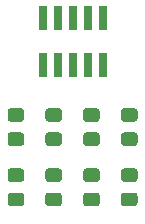
<source format=gtp>
G04 #@! TF.GenerationSoftware,KiCad,Pcbnew,(5.1.6-0-10_14)*
G04 #@! TF.CreationDate,2020-08-14T16:39:20-05:00*
G04 #@! TF.ProjectId,gen2-jtag-adapter,67656e32-2d6a-4746-9167-2d6164617074,rev?*
G04 #@! TF.SameCoordinates,Original*
G04 #@! TF.FileFunction,Paste,Top*
G04 #@! TF.FilePolarity,Positive*
%FSLAX46Y46*%
G04 Gerber Fmt 4.6, Leading zero omitted, Abs format (unit mm)*
G04 Created by KiCad (PCBNEW (5.1.6-0-10_14)) date 2020-08-14 16:39:20*
%MOMM*%
%LPD*%
G01*
G04 APERTURE LIST*
%ADD10R,0.700000X2.100000*%
G04 APERTURE END LIST*
D10*
X112740000Y-70700000D03*
X112740000Y-74700000D03*
X111470000Y-70700000D03*
X111470000Y-74700000D03*
X110200000Y-70700000D03*
X110200000Y-74700000D03*
X108930000Y-70700000D03*
X108930000Y-74700000D03*
X107660000Y-70700000D03*
X107660000Y-74700000D03*
G36*
G01*
X114549999Y-85525000D02*
X115450001Y-85525000D01*
G75*
G02*
X115700000Y-85774999I0J-249999D01*
G01*
X115700000Y-86425001D01*
G75*
G02*
X115450001Y-86675000I-249999J0D01*
G01*
X114549999Y-86675000D01*
G75*
G02*
X114300000Y-86425001I0J249999D01*
G01*
X114300000Y-85774999D01*
G75*
G02*
X114549999Y-85525000I249999J0D01*
G01*
G37*
G36*
G01*
X114549999Y-83475000D02*
X115450001Y-83475000D01*
G75*
G02*
X115700000Y-83724999I0J-249999D01*
G01*
X115700000Y-84375001D01*
G75*
G02*
X115450001Y-84625000I-249999J0D01*
G01*
X114549999Y-84625000D01*
G75*
G02*
X114300000Y-84375001I0J249999D01*
G01*
X114300000Y-83724999D01*
G75*
G02*
X114549999Y-83475000I249999J0D01*
G01*
G37*
G36*
G01*
X114549999Y-80425000D02*
X115450001Y-80425000D01*
G75*
G02*
X115700000Y-80674999I0J-249999D01*
G01*
X115700000Y-81325001D01*
G75*
G02*
X115450001Y-81575000I-249999J0D01*
G01*
X114549999Y-81575000D01*
G75*
G02*
X114300000Y-81325001I0J249999D01*
G01*
X114300000Y-80674999D01*
G75*
G02*
X114549999Y-80425000I249999J0D01*
G01*
G37*
G36*
G01*
X114549999Y-78375000D02*
X115450001Y-78375000D01*
G75*
G02*
X115700000Y-78624999I0J-249999D01*
G01*
X115700000Y-79275001D01*
G75*
G02*
X115450001Y-79525000I-249999J0D01*
G01*
X114549999Y-79525000D01*
G75*
G02*
X114300000Y-79275001I0J249999D01*
G01*
X114300000Y-78624999D01*
G75*
G02*
X114549999Y-78375000I249999J0D01*
G01*
G37*
G36*
G01*
X111349999Y-85525000D02*
X112250001Y-85525000D01*
G75*
G02*
X112500000Y-85774999I0J-249999D01*
G01*
X112500000Y-86425001D01*
G75*
G02*
X112250001Y-86675000I-249999J0D01*
G01*
X111349999Y-86675000D01*
G75*
G02*
X111100000Y-86425001I0J249999D01*
G01*
X111100000Y-85774999D01*
G75*
G02*
X111349999Y-85525000I249999J0D01*
G01*
G37*
G36*
G01*
X111349999Y-83475000D02*
X112250001Y-83475000D01*
G75*
G02*
X112500000Y-83724999I0J-249999D01*
G01*
X112500000Y-84375001D01*
G75*
G02*
X112250001Y-84625000I-249999J0D01*
G01*
X111349999Y-84625000D01*
G75*
G02*
X111100000Y-84375001I0J249999D01*
G01*
X111100000Y-83724999D01*
G75*
G02*
X111349999Y-83475000I249999J0D01*
G01*
G37*
G36*
G01*
X111349999Y-80425000D02*
X112250001Y-80425000D01*
G75*
G02*
X112500000Y-80674999I0J-249999D01*
G01*
X112500000Y-81325001D01*
G75*
G02*
X112250001Y-81575000I-249999J0D01*
G01*
X111349999Y-81575000D01*
G75*
G02*
X111100000Y-81325001I0J249999D01*
G01*
X111100000Y-80674999D01*
G75*
G02*
X111349999Y-80425000I249999J0D01*
G01*
G37*
G36*
G01*
X111349999Y-78375000D02*
X112250001Y-78375000D01*
G75*
G02*
X112500000Y-78624999I0J-249999D01*
G01*
X112500000Y-79275001D01*
G75*
G02*
X112250001Y-79525000I-249999J0D01*
G01*
X111349999Y-79525000D01*
G75*
G02*
X111100000Y-79275001I0J249999D01*
G01*
X111100000Y-78624999D01*
G75*
G02*
X111349999Y-78375000I249999J0D01*
G01*
G37*
G36*
G01*
X108149999Y-85525000D02*
X109050001Y-85525000D01*
G75*
G02*
X109300000Y-85774999I0J-249999D01*
G01*
X109300000Y-86425001D01*
G75*
G02*
X109050001Y-86675000I-249999J0D01*
G01*
X108149999Y-86675000D01*
G75*
G02*
X107900000Y-86425001I0J249999D01*
G01*
X107900000Y-85774999D01*
G75*
G02*
X108149999Y-85525000I249999J0D01*
G01*
G37*
G36*
G01*
X108149999Y-83475000D02*
X109050001Y-83475000D01*
G75*
G02*
X109300000Y-83724999I0J-249999D01*
G01*
X109300000Y-84375001D01*
G75*
G02*
X109050001Y-84625000I-249999J0D01*
G01*
X108149999Y-84625000D01*
G75*
G02*
X107900000Y-84375001I0J249999D01*
G01*
X107900000Y-83724999D01*
G75*
G02*
X108149999Y-83475000I249999J0D01*
G01*
G37*
G36*
G01*
X108149999Y-80425000D02*
X109050001Y-80425000D01*
G75*
G02*
X109300000Y-80674999I0J-249999D01*
G01*
X109300000Y-81325001D01*
G75*
G02*
X109050001Y-81575000I-249999J0D01*
G01*
X108149999Y-81575000D01*
G75*
G02*
X107900000Y-81325001I0J249999D01*
G01*
X107900000Y-80674999D01*
G75*
G02*
X108149999Y-80425000I249999J0D01*
G01*
G37*
G36*
G01*
X108149999Y-78375000D02*
X109050001Y-78375000D01*
G75*
G02*
X109300000Y-78624999I0J-249999D01*
G01*
X109300000Y-79275001D01*
G75*
G02*
X109050001Y-79525000I-249999J0D01*
G01*
X108149999Y-79525000D01*
G75*
G02*
X107900000Y-79275001I0J249999D01*
G01*
X107900000Y-78624999D01*
G75*
G02*
X108149999Y-78375000I249999J0D01*
G01*
G37*
G36*
G01*
X104949999Y-85525000D02*
X105850001Y-85525000D01*
G75*
G02*
X106100000Y-85774999I0J-249999D01*
G01*
X106100000Y-86425001D01*
G75*
G02*
X105850001Y-86675000I-249999J0D01*
G01*
X104949999Y-86675000D01*
G75*
G02*
X104700000Y-86425001I0J249999D01*
G01*
X104700000Y-85774999D01*
G75*
G02*
X104949999Y-85525000I249999J0D01*
G01*
G37*
G36*
G01*
X104949999Y-83475000D02*
X105850001Y-83475000D01*
G75*
G02*
X106100000Y-83724999I0J-249999D01*
G01*
X106100000Y-84375001D01*
G75*
G02*
X105850001Y-84625000I-249999J0D01*
G01*
X104949999Y-84625000D01*
G75*
G02*
X104700000Y-84375001I0J249999D01*
G01*
X104700000Y-83724999D01*
G75*
G02*
X104949999Y-83475000I249999J0D01*
G01*
G37*
G36*
G01*
X104949999Y-80425000D02*
X105850001Y-80425000D01*
G75*
G02*
X106100000Y-80674999I0J-249999D01*
G01*
X106100000Y-81325001D01*
G75*
G02*
X105850001Y-81575000I-249999J0D01*
G01*
X104949999Y-81575000D01*
G75*
G02*
X104700000Y-81325001I0J249999D01*
G01*
X104700000Y-80674999D01*
G75*
G02*
X104949999Y-80425000I249999J0D01*
G01*
G37*
G36*
G01*
X104949999Y-78375000D02*
X105850001Y-78375000D01*
G75*
G02*
X106100000Y-78624999I0J-249999D01*
G01*
X106100000Y-79275001D01*
G75*
G02*
X105850001Y-79525000I-249999J0D01*
G01*
X104949999Y-79525000D01*
G75*
G02*
X104700000Y-79275001I0J249999D01*
G01*
X104700000Y-78624999D01*
G75*
G02*
X104949999Y-78375000I249999J0D01*
G01*
G37*
M02*

</source>
